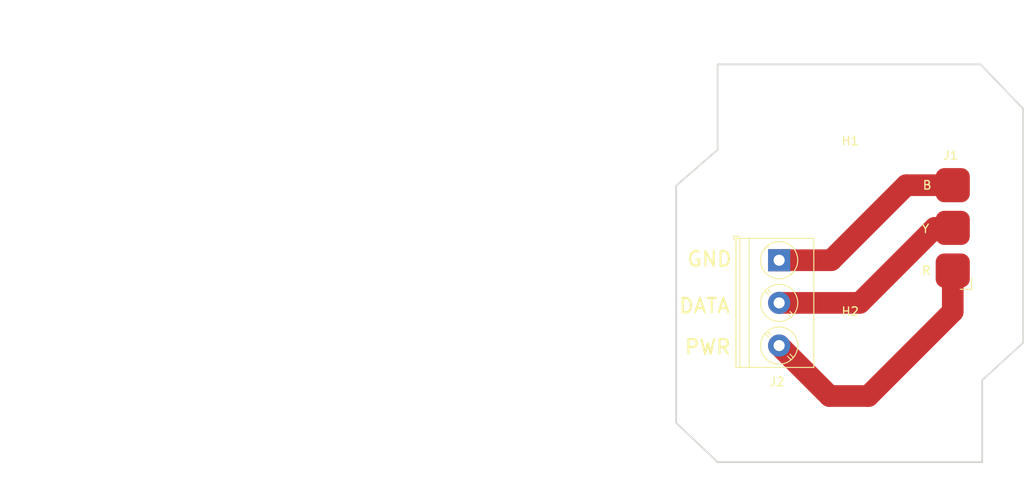
<source format=kicad_pcb>
(kicad_pcb (version 20171130) (host pcbnew 5.1.4)

  (general
    (thickness 1.6)
    (drawings 35)
    (tracks 11)
    (zones 0)
    (modules 4)
    (nets 4)
  )

  (page A4)
  (layers
    (0 F.Cu signal)
    (31 B.Cu signal)
    (32 B.Adhes user)
    (33 F.Adhes user)
    (34 B.Paste user)
    (35 F.Paste user)
    (36 B.SilkS user)
    (37 F.SilkS user)
    (38 B.Mask user)
    (39 F.Mask user)
    (40 Dwgs.User user)
    (41 Cmts.User user)
    (42 Eco1.User user)
    (43 Eco2.User user)
    (44 Edge.Cuts user)
    (45 Margin user)
    (46 B.CrtYd user)
    (47 F.CrtYd user)
    (48 B.Fab user)
    (49 F.Fab user)
  )

  (setup
    (last_trace_width 2.54)
    (user_trace_width 1.397)
    (user_trace_width 2.54)
    (trace_clearance 0.2)
    (zone_clearance 0.508)
    (zone_45_only no)
    (trace_min 0.2)
    (via_size 0.8)
    (via_drill 0.4)
    (via_min_size 0.4)
    (via_min_drill 0.3)
    (uvia_size 0.3)
    (uvia_drill 0.1)
    (uvias_allowed no)
    (uvia_min_size 0.2)
    (uvia_min_drill 0.1)
    (edge_width 0.05)
    (segment_width 0.2)
    (pcb_text_width 0.3)
    (pcb_text_size 1.5 1.5)
    (mod_edge_width 0.12)
    (mod_text_size 1 1)
    (mod_text_width 0.15)
    (pad_size 1.524 1.524)
    (pad_drill 0.762)
    (pad_to_mask_clearance 0.051)
    (solder_mask_min_width 0.25)
    (aux_axis_origin 0 0)
    (visible_elements FFFFFF7F)
    (pcbplotparams
      (layerselection 0x010fc_ffffffff)
      (usegerberextensions false)
      (usegerberattributes false)
      (usegerberadvancedattributes false)
      (creategerberjobfile false)
      (excludeedgelayer true)
      (linewidth 0.100000)
      (plotframeref false)
      (viasonmask false)
      (mode 1)
      (useauxorigin false)
      (hpglpennumber 1)
      (hpglpenspeed 20)
      (hpglpendiameter 15.000000)
      (psnegative false)
      (psa4output false)
      (plotreference true)
      (plotvalue true)
      (plotinvisibletext false)
      (padsonsilk false)
      (subtractmaskfromsilk false)
      (outputformat 1)
      (mirror false)
      (drillshape 0)
      (scaleselection 1)
      (outputdirectory "mfg/"))
  )

  (net 0 "")
  (net 1 "Net-(J1-PadB)")
  (net 2 "Net-(J1-PadY)")
  (net 3 "Net-(J1-PadR)")

  (net_class Default "This is the default net class."
    (clearance 0.2)
    (trace_width 0.25)
    (via_dia 0.8)
    (via_drill 0.4)
    (uvia_dia 0.3)
    (uvia_drill 0.1)
    (add_net "Net-(J1-PadB)")
    (add_net "Net-(J1-PadR)")
    (add_net "Net-(J1-PadY)")
  )

  (module MountingHole:MountingHole_3.5mm (layer F.Cu) (tedit 56D1B4CB) (tstamp 5DB9A85F)
    (at 80.28 95.55)
    (descr "Mounting Hole 3.5mm, no annular")
    (tags "mounting hole 3.5mm no annular")
    (path /5DB9C910)
    (attr virtual)
    (fp_text reference H2 (at 0 -4.5) (layer F.SilkS)
      (effects (font (size 1 1) (thickness 0.15)))
    )
    (fp_text value MountingHole (at 0 4.5) (layer F.Fab)
      (effects (font (size 1 1) (thickness 0.15)))
    )
    (fp_circle (center 0 0) (end 3.75 0) (layer F.CrtYd) (width 0.05))
    (fp_circle (center 0 0) (end 3.5 0) (layer Cmts.User) (width 0.15))
    (fp_text user %R (at 0.3 0) (layer F.Fab)
      (effects (font (size 1 1) (thickness 0.15)))
    )
    (pad 1 np_thru_hole circle (at 0 0) (size 3.5 3.5) (drill 3.5) (layers *.Cu *.Mask))
  )

  (module MountingHole:MountingHole_3.5mm (layer F.Cu) (tedit 56D1B4CB) (tstamp 5DB9A82C)
    (at 80.28 75.56)
    (descr "Mounting Hole 3.5mm, no annular")
    (tags "mounting hole 3.5mm no annular")
    (path /5DB9C90A)
    (attr virtual)
    (fp_text reference H1 (at 0 -4.5) (layer F.SilkS)
      (effects (font (size 1 1) (thickness 0.15)))
    )
    (fp_text value MountingHole (at 0 4.5) (layer F.Fab)
      (effects (font (size 1 1) (thickness 0.15)))
    )
    (fp_circle (center 0 0) (end 3.75 0) (layer F.CrtYd) (width 0.05))
    (fp_circle (center 0 0) (end 3.5 0) (layer Cmts.User) (width 0.15))
    (fp_text user %R (at 0.3 0) (layer F.Fab)
      (effects (font (size 1 1) (thickness 0.15)))
    )
    (pad 1 np_thru_hole circle (at 0 0) (size 3.5 3.5) (drill 3.5) (layers *.Cu *.Mask))
  )

  (module TerminalBlock_Phoenix:TerminalBlock_Phoenix_PT-1,5-3-5.0-H_1x03_P5.00mm_Horizontal (layer F.Cu) (tedit 5B294F69) (tstamp 5DB9A758)
    (at 71.96 85.04 270)
    (descr "Terminal Block Phoenix PT-1,5-3-5.0-H, 3 pins, pitch 5mm, size 15x9mm^2, drill diamater 1.3mm, pad diameter 2.6mm, see http://www.mouser.com/ds/2/324/ItemDetail_1935161-922578.pdf, script-generated using https://github.com/pointhi/kicad-footprint-generator/scripts/TerminalBlock_Phoenix")
    (tags "THT Terminal Block Phoenix PT-1,5-3-5.0-H pitch 5mm size 15x9mm^2 drill 1.3mm pad 2.6mm")
    (path /5DB8FE7A)
    (fp_text reference J2 (at 14.25 0.25 180) (layer F.SilkS)
      (effects (font (size 1 1) (thickness 0.15)))
    )
    (fp_text value Screw_Terminal_5mm_01x03 (at 5 6.06 90) (layer F.Fab)
      (effects (font (size 1 1) (thickness 0.15)))
    )
    (fp_text user %R (at 5 2.9 90) (layer F.Fab)
      (effects (font (size 1 1) (thickness 0.15)))
    )
    (fp_line (start 13 -4.5) (end -3 -4.5) (layer F.CrtYd) (width 0.05))
    (fp_line (start 13 5.5) (end 13 -4.5) (layer F.CrtYd) (width 0.05))
    (fp_line (start -3 5.5) (end 13 5.5) (layer F.CrtYd) (width 0.05))
    (fp_line (start -3 -4.5) (end -3 5.5) (layer F.CrtYd) (width 0.05))
    (fp_line (start -2.8 5.3) (end -2.4 5.3) (layer F.SilkS) (width 0.12))
    (fp_line (start -2.8 4.66) (end -2.8 5.3) (layer F.SilkS) (width 0.12))
    (fp_line (start 8.742 0.992) (end 8.347 1.388) (layer F.SilkS) (width 0.12))
    (fp_line (start 11.388 -1.654) (end 11.008 -1.274) (layer F.SilkS) (width 0.12))
    (fp_line (start 8.993 1.274) (end 8.613 1.654) (layer F.SilkS) (width 0.12))
    (fp_line (start 11.654 -1.388) (end 11.259 -0.992) (layer F.SilkS) (width 0.12))
    (fp_line (start 11.273 -1.517) (end 8.484 1.273) (layer F.Fab) (width 0.1))
    (fp_line (start 11.517 -1.273) (end 8.728 1.517) (layer F.Fab) (width 0.1))
    (fp_line (start 3.742 0.992) (end 3.347 1.388) (layer F.SilkS) (width 0.12))
    (fp_line (start 6.388 -1.654) (end 6.008 -1.274) (layer F.SilkS) (width 0.12))
    (fp_line (start 3.993 1.274) (end 3.613 1.654) (layer F.SilkS) (width 0.12))
    (fp_line (start 6.654 -1.388) (end 6.259 -0.992) (layer F.SilkS) (width 0.12))
    (fp_line (start 6.273 -1.517) (end 3.484 1.273) (layer F.Fab) (width 0.1))
    (fp_line (start 6.517 -1.273) (end 3.728 1.517) (layer F.Fab) (width 0.1))
    (fp_line (start -1.548 1.281) (end -1.654 1.388) (layer F.SilkS) (width 0.12))
    (fp_line (start 1.388 -1.654) (end 1.281 -1.547) (layer F.SilkS) (width 0.12))
    (fp_line (start -1.282 1.547) (end -1.388 1.654) (layer F.SilkS) (width 0.12))
    (fp_line (start 1.654 -1.388) (end 1.547 -1.281) (layer F.SilkS) (width 0.12))
    (fp_line (start 1.273 -1.517) (end -1.517 1.273) (layer F.Fab) (width 0.1))
    (fp_line (start 1.517 -1.273) (end -1.273 1.517) (layer F.Fab) (width 0.1))
    (fp_line (start 12.56 -4.06) (end 12.56 5.06) (layer F.SilkS) (width 0.12))
    (fp_line (start -2.56 -4.06) (end -2.56 5.06) (layer F.SilkS) (width 0.12))
    (fp_line (start -2.56 5.06) (end 12.56 5.06) (layer F.SilkS) (width 0.12))
    (fp_line (start -2.56 -4.06) (end 12.56 -4.06) (layer F.SilkS) (width 0.12))
    (fp_line (start -2.56 3.5) (end 12.56 3.5) (layer F.SilkS) (width 0.12))
    (fp_line (start -2.5 3.5) (end 12.5 3.5) (layer F.Fab) (width 0.1))
    (fp_line (start -2.56 4.6) (end 12.56 4.6) (layer F.SilkS) (width 0.12))
    (fp_line (start -2.5 4.6) (end 12.5 4.6) (layer F.Fab) (width 0.1))
    (fp_line (start -2.5 4.6) (end -2.5 -4) (layer F.Fab) (width 0.1))
    (fp_line (start -2.1 5) (end -2.5 4.6) (layer F.Fab) (width 0.1))
    (fp_line (start 12.5 5) (end -2.1 5) (layer F.Fab) (width 0.1))
    (fp_line (start 12.5 -4) (end 12.5 5) (layer F.Fab) (width 0.1))
    (fp_line (start -2.5 -4) (end 12.5 -4) (layer F.Fab) (width 0.1))
    (fp_circle (center 10 0) (end 12.18 0) (layer F.SilkS) (width 0.12))
    (fp_circle (center 10 0) (end 12 0) (layer F.Fab) (width 0.1))
    (fp_circle (center 5 0) (end 7.18 0) (layer F.SilkS) (width 0.12))
    (fp_circle (center 5 0) (end 7 0) (layer F.Fab) (width 0.1))
    (fp_circle (center 0 0) (end 2.18 0) (layer F.SilkS) (width 0.12))
    (fp_circle (center 0 0) (end 2 0) (layer F.Fab) (width 0.1))
    (pad 3 thru_hole circle (at 10 0 270) (size 2.6 2.6) (drill 1.3) (layers *.Cu *.Mask)
      (net 3 "Net-(J1-PadR)"))
    (pad 2 thru_hole circle (at 5 0 270) (size 2.6 2.6) (drill 1.3) (layers *.Cu *.Mask)
      (net 2 "Net-(J1-PadY)"))
    (pad 1 thru_hole rect (at 0 0 270) (size 2.6 2.6) (drill 1.3) (layers *.Cu *.Mask)
      (net 1 "Net-(J1-PadB)"))
    (model ${KISYS3DMOD}/TerminalBlock_Phoenix.3dshapes/TerminalBlock_Phoenix_PT-1,5-3-5.0-H_1x03_P5.00mm_Horizontal.wrl
      (at (xyz 0 0 0))
      (scale (xyz 1 1 1))
      (rotate (xyz 0 0 0))
    )
  )

  (module BEC:xConnect_smd (layer F.Cu) (tedit 5D655AE7) (tstamp 5DB9A7E3)
    (at 92.3 86.25 180)
    (descr "mounting holes for xConnect connector")
    (tags "Through hole 1x03 single row")
    (path /5DB8EBFB)
    (attr smd)
    (fp_text reference J1 (at 0.25 13.5) (layer F.SilkS)
      (effects (font (size 1 1) (thickness 0.15)))
    )
    (fp_text value xConnect_smd (at 0.3 12.8) (layer F.Fab)
      (effects (font (size 1 1) (thickness 0.15)))
    )
    (fp_text user B (at 3 10) (layer F.SilkS)
      (effects (font (size 1 1) (thickness 0.15)))
    )
    (fp_text user Y (at 3.2 4.9) (layer F.SilkS)
      (effects (font (size 1 1) (thickness 0.15)))
    )
    (fp_text user R (at 3.1 0) (layer F.SilkS)
      (effects (font (size 1 1) (thickness 0.15)))
    )
    (fp_text user %R (at 5.5 3 90) (layer F.Fab)
      (effects (font (size 1 1) (thickness 0.15)))
    )
    (fp_line (start 2.3 -2.2) (end -2.2 -2.2) (layer F.CrtYd) (width 0.05))
    (fp_line (start 2.3 12.2) (end 2.3 -2.2) (layer F.CrtYd) (width 0.05))
    (fp_line (start -2.2 12.2) (end 2.3 12.2) (layer F.CrtYd) (width 0.05))
    (fp_line (start -2.2 -2.2) (end -2.2 12.2) (layer F.CrtYd) (width 0.05))
    (fp_line (start -2.2 -2.2) (end -0.87 -2.2) (layer F.SilkS) (width 0.12))
    (fp_line (start -2.2 -0.87) (end -2.2 -2.2) (layer F.SilkS) (width 0.12))
    (fp_line (start -2 -1.4) (end -1.4 -2) (layer F.Fab) (width 0.1))
    (fp_line (start -2 12) (end -2 -1.4) (layer F.Fab) (width 0.1))
    (fp_line (start 2 12) (end -2 12) (layer F.Fab) (width 0.1))
    (fp_line (start 2 -2) (end 2 12) (layer F.Fab) (width 0.1))
    (fp_line (start -1.4 -2) (end 2 -2) (layer F.Fab) (width 0.1))
    (pad B smd roundrect (at 0 10 180) (size 4 4) (layers F.Cu F.Paste F.Mask) (roundrect_rratio 0.25)
      (net 1 "Net-(J1-PadB)"))
    (pad Y smd roundrect (at 0 5 180) (size 4 4) (layers F.Cu F.Paste F.Mask) (roundrect_rratio 0.25)
      (net 2 "Net-(J1-PadY)"))
    (pad R smd roundrect (at 0 0 180) (size 4 4) (layers F.Cu F.Paste F.Mask) (roundrect_rratio 0.25)
      (net 3 "Net-(J1-PadR)"))
    (model ${KISYS3DMOD}/Connector_PinHeader_2.54mm.3dshapes/PinHeader_1x03_P2.54mm_Vertical.wrl
      (at (xyz 0 0 0))
      (scale (xyz 1 1 1))
      (rotate (xyz 0 0 0))
    )
  )

  (gr_line (start 30.969479 90.248889) (end 30.969479 65.748888) (layer Dwgs.User) (width 0.2) (tstamp 5DB9A404))
  (gr_arc (start 28.875555 56.748889) (end 21.96948 56.748889) (angle -90) (layer Dwgs.User) (width 0.2) (tstamp 5DB9A403))
  (gr_circle (center 5.875555 72.748889) (end 7.590055 72.748889) (layer Dwgs.User) (width 0.2) (tstamp 5DB9A402))
  (gr_arc (start 28.875555 90.248889) (end 28.875555 92.342814) (angle -90) (layer Dwgs.User) (width 0.2) (tstamp 5DB9A401))
  (gr_arc (start 28.875555 99.748889) (end 28.875555 92.342814) (angle -90) (layer Dwgs.User) (width 0.2) (tstamp 5DB9A400))
  (gr_circle (center 5.875555 92.748889) (end 7.590055 92.748889) (layer Dwgs.User) (width 0.2) (tstamp 5DB9A3FF))
  (gr_line (start 19.875555 54.654965) (end -7.624445 54.654965) (layer Dwgs.User) (width 0.2) (tstamp 5DB9A3FE))
  (gr_arc (start 19.875555 56.748889) (end 21.96948 56.748889) (angle -90) (layer Dwgs.User) (width 0.2) (tstamp 5DB9A3FD))
  (gr_line (start 21.46948 108.74889) (end 21.46948 99.74889) (layer Dwgs.User) (width 0.2) (tstamp 5DB9A3FC))
  (gr_arc (start 19.375555 108.748889) (end 19.375555 110.842814) (angle -90) (layer Dwgs.User) (width 0.2) (tstamp 5DB9A3FB))
  (gr_line (start -8.124445 110.842814) (end 19.375555 110.842814) (layer Dwgs.User) (width 0.2) (tstamp 5DB9A3FA))
  (gr_arc (start -17.124445 99.748889) (end -19.21837 99.748889) (angle -90) (layer Dwgs.User) (width 0.2) (tstamp 5DB9A3F9))
  (gr_line (start -19.218369 75.24889) (end -19.218369 99.74889) (layer Dwgs.User) (width 0.2) (tstamp 5DB9A3F8))
  (gr_arc (start 28.875555 65.748889) (end 30.96948 65.748889) (angle -90) (layer Dwgs.User) (width 0.2) (tstamp 5DB9A3F7))
  (gr_line (start -9.71837 56.748889) (end -9.71837 65.748888) (layer Dwgs.User) (width 0.2) (tstamp 5DB9A3F6))
  (gr_arc (start -7.624445 56.748889) (end -7.624445 54.654965) (angle -90) (layer Dwgs.User) (width 0.2) (tstamp 5DB9A3F5))
  (gr_arc (start -17.124445 75.248889) (end -17.124445 73.154965) (angle -90) (layer Dwgs.User) (width 0.2) (tstamp 5DB9A3F4))
  (gr_arc (start -17.124445 108.748889) (end -10.21837 108.748889) (angle -90) (layer Dwgs.User) (width 0.2) (tstamp 5DB9A3F3))
  (gr_arc (start -17.124445 65.748889) (end -17.124445 73.154965) (angle -90) (layer Dwgs.User) (width 0.2) (tstamp 5DB9A3F2))
  (gr_arc (start -8.124445 108.748889) (end -10.21837 108.748889) (angle -90) (layer Dwgs.User) (width 0.2) (tstamp 5DB9A3F1))
  (gr_circle (center 80.275555 75.548889) (end 81.990055 75.548889) (layer Dwgs.User) (width 0.2) (tstamp 5DB9A402))
  (gr_circle (center 80.275555 95.548889) (end 81.990055 95.548889) (layer Dwgs.User) (width 0.2) (tstamp 5DB9A3FF))
  (gr_text PWR (at 63.6 95.22) (layer F.SilkS) (tstamp 5DB9A7CC)
    (effects (font (size 1.7 1.7) (thickness 0.25)))
  )
  (gr_text DATA (at 63.21 90.38) (layer F.SilkS) (tstamp 5DB9A7C9)
    (effects (font (size 1.7 1.7) (thickness 0.25)))
  )
  (gr_text GND (at 63.81 84.91) (layer F.SilkS) (tstamp 5DB9A7C6)
    (effects (font (size 1.7 1.7) (thickness 0.25)))
  )
  (gr_line (start 100.55 94.7) (end 100.55 67.3) (layer Edge.Cuts) (width 0.2) (tstamp 5DB9A80E))
  (gr_line (start 64.75 108.7) (end 95.75 108.7) (layer Edge.Cuts) (width 0.2) (tstamp 5DB9A814))
  (gr_line (start 59.9 76.3) (end 59.9 104.1) (layer Edge.Cuts) (width 0.2) (tstamp 5DB9A811))
  (gr_line (start 95.55 62.1) (end 64.75 62.1) (layer Edge.Cuts) (width 0.2) (tstamp 5DB9A7C0))
  (gr_line (start 95.55 62.1) (end 100.55 67.3) (layer Edge.Cuts) (width 0.2) (tstamp 5DB9A7C3))
  (gr_line (start 64.75 62.1) (end 64.75 72.1) (layer Edge.Cuts) (width 0.2) (tstamp 5DB9A7BD))
  (gr_line (start 64.75 72.1) (end 59.9 76.3) (layer Edge.Cuts) (width 0.2) (tstamp 5DB9A724))
  (gr_line (start 59.9 104.1) (end 64.75 108.7) (layer Edge.Cuts) (width 0.2) (tstamp 5DB9A721))
  (gr_line (start 95.75 108.7) (end 95.75 99.1) (layer Edge.Cuts) (width 0.2) (tstamp 5DB9A71E))
  (gr_line (start 95.75 99.1) (end 100.55 94.7) (layer Edge.Cuts) (width 0.2) (tstamp 5DB9A71B))

  (segment (start 78.06 85.04) (end 71.96 85.04) (width 2.54) (layer F.Cu) (net 1))
  (segment (start 92.3 76.25) (end 86.85 76.25) (width 2.54) (layer F.Cu) (net 1))
  (segment (start 86.85 76.25) (end 78.06 85.04) (width 2.54) (layer F.Cu) (net 1))
  (segment (start 73.798477 90.04) (end 71.96 90.04) (width 2.54) (layer F.Cu) (net 2))
  (segment (start 81.41 90.04) (end 73.798477 90.04) (width 2.54) (layer F.Cu) (net 2))
  (segment (start 90.2 81.25) (end 81.41 90.04) (width 2.54) (layer F.Cu) (net 2))
  (segment (start 92.3 81.25) (end 90.2 81.25) (width 2.54) (layer F.Cu) (net 2))
  (segment (start 92.3 86.25) (end 92.3 91.06) (width 2.54) (layer F.Cu) (net 3))
  (segment (start 92.3 91.06) (end 82.41 100.95) (width 2.54) (layer F.Cu) (net 3))
  (segment (start 77.87 100.95) (end 71.96 95.04) (width 2.54) (layer F.Cu) (net 3))
  (segment (start 82.41 100.95) (end 77.87 100.95) (width 2.54) (layer F.Cu) (net 3))

)

</source>
